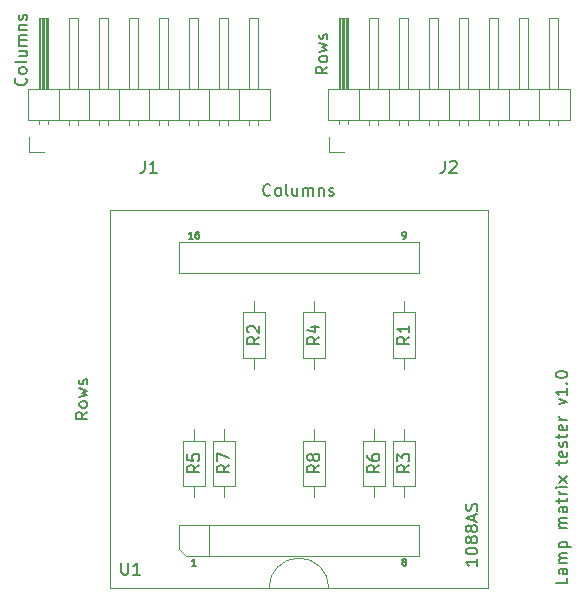
<source format=gto>
G04 #@! TF.GenerationSoftware,KiCad,Pcbnew,7.0.10*
G04 #@! TF.CreationDate,2024-03-09T15:17:19+01:00*
G04 #@! TF.ProjectId,Lamp Matrix Tester,4c616d70-204d-4617-9472-697820546573,1.0*
G04 #@! TF.SameCoordinates,Original*
G04 #@! TF.FileFunction,Legend,Top*
G04 #@! TF.FilePolarity,Positive*
%FSLAX46Y46*%
G04 Gerber Fmt 4.6, Leading zero omitted, Abs format (unit mm)*
G04 Created by KiCad (PCBNEW 7.0.10) date 2024-03-09 15:17:19*
%MOMM*%
%LPD*%
G01*
G04 APERTURE LIST*
%ADD10C,0.150000*%
%ADD11C,0.120000*%
%ADD12C,0.100000*%
%ADD13C,1.400000*%
%ADD14O,1.400000X1.400000*%
%ADD15R,1.700000X1.700000*%
%ADD16O,1.700000X1.700000*%
G04 APERTURE END LIST*
D10*
X30349819Y-51197745D02*
X29873628Y-51531078D01*
X30349819Y-51769173D02*
X29349819Y-51769173D01*
X29349819Y-51769173D02*
X29349819Y-51388221D01*
X29349819Y-51388221D02*
X29397438Y-51292983D01*
X29397438Y-51292983D02*
X29445057Y-51245364D01*
X29445057Y-51245364D02*
X29540295Y-51197745D01*
X29540295Y-51197745D02*
X29683152Y-51197745D01*
X29683152Y-51197745D02*
X29778390Y-51245364D01*
X29778390Y-51245364D02*
X29826009Y-51292983D01*
X29826009Y-51292983D02*
X29873628Y-51388221D01*
X29873628Y-51388221D02*
X29873628Y-51769173D01*
X30349819Y-50626316D02*
X30302200Y-50721554D01*
X30302200Y-50721554D02*
X30254580Y-50769173D01*
X30254580Y-50769173D02*
X30159342Y-50816792D01*
X30159342Y-50816792D02*
X29873628Y-50816792D01*
X29873628Y-50816792D02*
X29778390Y-50769173D01*
X29778390Y-50769173D02*
X29730771Y-50721554D01*
X29730771Y-50721554D02*
X29683152Y-50626316D01*
X29683152Y-50626316D02*
X29683152Y-50483459D01*
X29683152Y-50483459D02*
X29730771Y-50388221D01*
X29730771Y-50388221D02*
X29778390Y-50340602D01*
X29778390Y-50340602D02*
X29873628Y-50292983D01*
X29873628Y-50292983D02*
X30159342Y-50292983D01*
X30159342Y-50292983D02*
X30254580Y-50340602D01*
X30254580Y-50340602D02*
X30302200Y-50388221D01*
X30302200Y-50388221D02*
X30349819Y-50483459D01*
X30349819Y-50483459D02*
X30349819Y-50626316D01*
X29683152Y-49959649D02*
X30349819Y-49769173D01*
X30349819Y-49769173D02*
X29873628Y-49578697D01*
X29873628Y-49578697D02*
X30349819Y-49388221D01*
X30349819Y-49388221D02*
X29683152Y-49197745D01*
X30302200Y-48864411D02*
X30349819Y-48769173D01*
X30349819Y-48769173D02*
X30349819Y-48578697D01*
X30349819Y-48578697D02*
X30302200Y-48483459D01*
X30302200Y-48483459D02*
X30206961Y-48435840D01*
X30206961Y-48435840D02*
X30159342Y-48435840D01*
X30159342Y-48435840D02*
X30064104Y-48483459D01*
X30064104Y-48483459D02*
X30016485Y-48578697D01*
X30016485Y-48578697D02*
X30016485Y-48721554D01*
X30016485Y-48721554D02*
X29968866Y-48816792D01*
X29968866Y-48816792D02*
X29873628Y-48864411D01*
X29873628Y-48864411D02*
X29826009Y-48864411D01*
X29826009Y-48864411D02*
X29730771Y-48816792D01*
X29730771Y-48816792D02*
X29683152Y-48721554D01*
X29683152Y-48721554D02*
X29683152Y-48578697D01*
X29683152Y-48578697D02*
X29730771Y-48483459D01*
X57127255Y-63875914D02*
X57070112Y-63847342D01*
X57070112Y-63847342D02*
X57041541Y-63818771D01*
X57041541Y-63818771D02*
X57012969Y-63761628D01*
X57012969Y-63761628D02*
X57012969Y-63733057D01*
X57012969Y-63733057D02*
X57041541Y-63675914D01*
X57041541Y-63675914D02*
X57070112Y-63647342D01*
X57070112Y-63647342D02*
X57127255Y-63618771D01*
X57127255Y-63618771D02*
X57241541Y-63618771D01*
X57241541Y-63618771D02*
X57298684Y-63647342D01*
X57298684Y-63647342D02*
X57327255Y-63675914D01*
X57327255Y-63675914D02*
X57355826Y-63733057D01*
X57355826Y-63733057D02*
X57355826Y-63761628D01*
X57355826Y-63761628D02*
X57327255Y-63818771D01*
X57327255Y-63818771D02*
X57298684Y-63847342D01*
X57298684Y-63847342D02*
X57241541Y-63875914D01*
X57241541Y-63875914D02*
X57127255Y-63875914D01*
X57127255Y-63875914D02*
X57070112Y-63904485D01*
X57070112Y-63904485D02*
X57041541Y-63933057D01*
X57041541Y-63933057D02*
X57012969Y-63990200D01*
X57012969Y-63990200D02*
X57012969Y-64104485D01*
X57012969Y-64104485D02*
X57041541Y-64161628D01*
X57041541Y-64161628D02*
X57070112Y-64190200D01*
X57070112Y-64190200D02*
X57127255Y-64218771D01*
X57127255Y-64218771D02*
X57241541Y-64218771D01*
X57241541Y-64218771D02*
X57298684Y-64190200D01*
X57298684Y-64190200D02*
X57327255Y-64161628D01*
X57327255Y-64161628D02*
X57355826Y-64104485D01*
X57355826Y-64104485D02*
X57355826Y-63990200D01*
X57355826Y-63990200D02*
X57327255Y-63933057D01*
X57327255Y-63933057D02*
X57298684Y-63904485D01*
X57298684Y-63904485D02*
X57241541Y-63875914D01*
X39255826Y-36518771D02*
X38912969Y-36518771D01*
X39084398Y-36518771D02*
X39084398Y-35918771D01*
X39084398Y-35918771D02*
X39027255Y-36004485D01*
X39027255Y-36004485D02*
X38970112Y-36061628D01*
X38970112Y-36061628D02*
X38912969Y-36090200D01*
X39770113Y-35918771D02*
X39655827Y-35918771D01*
X39655827Y-35918771D02*
X39598684Y-35947342D01*
X39598684Y-35947342D02*
X39570113Y-35975914D01*
X39570113Y-35975914D02*
X39512970Y-36061628D01*
X39512970Y-36061628D02*
X39484398Y-36175914D01*
X39484398Y-36175914D02*
X39484398Y-36404485D01*
X39484398Y-36404485D02*
X39512970Y-36461628D01*
X39512970Y-36461628D02*
X39541541Y-36490200D01*
X39541541Y-36490200D02*
X39598684Y-36518771D01*
X39598684Y-36518771D02*
X39712970Y-36518771D01*
X39712970Y-36518771D02*
X39770113Y-36490200D01*
X39770113Y-36490200D02*
X39798684Y-36461628D01*
X39798684Y-36461628D02*
X39827255Y-36404485D01*
X39827255Y-36404485D02*
X39827255Y-36261628D01*
X39827255Y-36261628D02*
X39798684Y-36204485D01*
X39798684Y-36204485D02*
X39770113Y-36175914D01*
X39770113Y-36175914D02*
X39712970Y-36147342D01*
X39712970Y-36147342D02*
X39598684Y-36147342D01*
X39598684Y-36147342D02*
X39541541Y-36175914D01*
X39541541Y-36175914D02*
X39512970Y-36204485D01*
X39512970Y-36204485D02*
X39484398Y-36261628D01*
X39555826Y-64218771D02*
X39212969Y-64218771D01*
X39384398Y-64218771D02*
X39384398Y-63618771D01*
X39384398Y-63618771D02*
X39327255Y-63704485D01*
X39327255Y-63704485D02*
X39270112Y-63761628D01*
X39270112Y-63761628D02*
X39212969Y-63790200D01*
X57070112Y-36518771D02*
X57184398Y-36518771D01*
X57184398Y-36518771D02*
X57241541Y-36490200D01*
X57241541Y-36490200D02*
X57270112Y-36461628D01*
X57270112Y-36461628D02*
X57327255Y-36375914D01*
X57327255Y-36375914D02*
X57355826Y-36261628D01*
X57355826Y-36261628D02*
X57355826Y-36033057D01*
X57355826Y-36033057D02*
X57327255Y-35975914D01*
X57327255Y-35975914D02*
X57298684Y-35947342D01*
X57298684Y-35947342D02*
X57241541Y-35918771D01*
X57241541Y-35918771D02*
X57127255Y-35918771D01*
X57127255Y-35918771D02*
X57070112Y-35947342D01*
X57070112Y-35947342D02*
X57041541Y-35975914D01*
X57041541Y-35975914D02*
X57012969Y-36033057D01*
X57012969Y-36033057D02*
X57012969Y-36175914D01*
X57012969Y-36175914D02*
X57041541Y-36233057D01*
X57041541Y-36233057D02*
X57070112Y-36261628D01*
X57070112Y-36261628D02*
X57127255Y-36290200D01*
X57127255Y-36290200D02*
X57241541Y-36290200D01*
X57241541Y-36290200D02*
X57298684Y-36261628D01*
X57298684Y-36261628D02*
X57327255Y-36233057D01*
X57327255Y-36233057D02*
X57355826Y-36175914D01*
X63369819Y-63639411D02*
X63369819Y-64210839D01*
X63369819Y-63925125D02*
X62369819Y-63925125D01*
X62369819Y-63925125D02*
X62512676Y-64020363D01*
X62512676Y-64020363D02*
X62607914Y-64115601D01*
X62607914Y-64115601D02*
X62655533Y-64210839D01*
X62369819Y-63020363D02*
X62369819Y-62925125D01*
X62369819Y-62925125D02*
X62417438Y-62829887D01*
X62417438Y-62829887D02*
X62465057Y-62782268D01*
X62465057Y-62782268D02*
X62560295Y-62734649D01*
X62560295Y-62734649D02*
X62750771Y-62687030D01*
X62750771Y-62687030D02*
X62988866Y-62687030D01*
X62988866Y-62687030D02*
X63179342Y-62734649D01*
X63179342Y-62734649D02*
X63274580Y-62782268D01*
X63274580Y-62782268D02*
X63322200Y-62829887D01*
X63322200Y-62829887D02*
X63369819Y-62925125D01*
X63369819Y-62925125D02*
X63369819Y-63020363D01*
X63369819Y-63020363D02*
X63322200Y-63115601D01*
X63322200Y-63115601D02*
X63274580Y-63163220D01*
X63274580Y-63163220D02*
X63179342Y-63210839D01*
X63179342Y-63210839D02*
X62988866Y-63258458D01*
X62988866Y-63258458D02*
X62750771Y-63258458D01*
X62750771Y-63258458D02*
X62560295Y-63210839D01*
X62560295Y-63210839D02*
X62465057Y-63163220D01*
X62465057Y-63163220D02*
X62417438Y-63115601D01*
X62417438Y-63115601D02*
X62369819Y-63020363D01*
X62798390Y-62115601D02*
X62750771Y-62210839D01*
X62750771Y-62210839D02*
X62703152Y-62258458D01*
X62703152Y-62258458D02*
X62607914Y-62306077D01*
X62607914Y-62306077D02*
X62560295Y-62306077D01*
X62560295Y-62306077D02*
X62465057Y-62258458D01*
X62465057Y-62258458D02*
X62417438Y-62210839D01*
X62417438Y-62210839D02*
X62369819Y-62115601D01*
X62369819Y-62115601D02*
X62369819Y-61925125D01*
X62369819Y-61925125D02*
X62417438Y-61829887D01*
X62417438Y-61829887D02*
X62465057Y-61782268D01*
X62465057Y-61782268D02*
X62560295Y-61734649D01*
X62560295Y-61734649D02*
X62607914Y-61734649D01*
X62607914Y-61734649D02*
X62703152Y-61782268D01*
X62703152Y-61782268D02*
X62750771Y-61829887D01*
X62750771Y-61829887D02*
X62798390Y-61925125D01*
X62798390Y-61925125D02*
X62798390Y-62115601D01*
X62798390Y-62115601D02*
X62846009Y-62210839D01*
X62846009Y-62210839D02*
X62893628Y-62258458D01*
X62893628Y-62258458D02*
X62988866Y-62306077D01*
X62988866Y-62306077D02*
X63179342Y-62306077D01*
X63179342Y-62306077D02*
X63274580Y-62258458D01*
X63274580Y-62258458D02*
X63322200Y-62210839D01*
X63322200Y-62210839D02*
X63369819Y-62115601D01*
X63369819Y-62115601D02*
X63369819Y-61925125D01*
X63369819Y-61925125D02*
X63322200Y-61829887D01*
X63322200Y-61829887D02*
X63274580Y-61782268D01*
X63274580Y-61782268D02*
X63179342Y-61734649D01*
X63179342Y-61734649D02*
X62988866Y-61734649D01*
X62988866Y-61734649D02*
X62893628Y-61782268D01*
X62893628Y-61782268D02*
X62846009Y-61829887D01*
X62846009Y-61829887D02*
X62798390Y-61925125D01*
X62798390Y-61163220D02*
X62750771Y-61258458D01*
X62750771Y-61258458D02*
X62703152Y-61306077D01*
X62703152Y-61306077D02*
X62607914Y-61353696D01*
X62607914Y-61353696D02*
X62560295Y-61353696D01*
X62560295Y-61353696D02*
X62465057Y-61306077D01*
X62465057Y-61306077D02*
X62417438Y-61258458D01*
X62417438Y-61258458D02*
X62369819Y-61163220D01*
X62369819Y-61163220D02*
X62369819Y-60972744D01*
X62369819Y-60972744D02*
X62417438Y-60877506D01*
X62417438Y-60877506D02*
X62465057Y-60829887D01*
X62465057Y-60829887D02*
X62560295Y-60782268D01*
X62560295Y-60782268D02*
X62607914Y-60782268D01*
X62607914Y-60782268D02*
X62703152Y-60829887D01*
X62703152Y-60829887D02*
X62750771Y-60877506D01*
X62750771Y-60877506D02*
X62798390Y-60972744D01*
X62798390Y-60972744D02*
X62798390Y-61163220D01*
X62798390Y-61163220D02*
X62846009Y-61258458D01*
X62846009Y-61258458D02*
X62893628Y-61306077D01*
X62893628Y-61306077D02*
X62988866Y-61353696D01*
X62988866Y-61353696D02*
X63179342Y-61353696D01*
X63179342Y-61353696D02*
X63274580Y-61306077D01*
X63274580Y-61306077D02*
X63322200Y-61258458D01*
X63322200Y-61258458D02*
X63369819Y-61163220D01*
X63369819Y-61163220D02*
X63369819Y-60972744D01*
X63369819Y-60972744D02*
X63322200Y-60877506D01*
X63322200Y-60877506D02*
X63274580Y-60829887D01*
X63274580Y-60829887D02*
X63179342Y-60782268D01*
X63179342Y-60782268D02*
X62988866Y-60782268D01*
X62988866Y-60782268D02*
X62893628Y-60829887D01*
X62893628Y-60829887D02*
X62846009Y-60877506D01*
X62846009Y-60877506D02*
X62798390Y-60972744D01*
X63084104Y-60401315D02*
X63084104Y-59925125D01*
X63369819Y-60496553D02*
X62369819Y-60163220D01*
X62369819Y-60163220D02*
X63369819Y-59829887D01*
X63322200Y-59544172D02*
X63369819Y-59401315D01*
X63369819Y-59401315D02*
X63369819Y-59163220D01*
X63369819Y-59163220D02*
X63322200Y-59067982D01*
X63322200Y-59067982D02*
X63274580Y-59020363D01*
X63274580Y-59020363D02*
X63179342Y-58972744D01*
X63179342Y-58972744D02*
X63084104Y-58972744D01*
X63084104Y-58972744D02*
X62988866Y-59020363D01*
X62988866Y-59020363D02*
X62941247Y-59067982D01*
X62941247Y-59067982D02*
X62893628Y-59163220D01*
X62893628Y-59163220D02*
X62846009Y-59353696D01*
X62846009Y-59353696D02*
X62798390Y-59448934D01*
X62798390Y-59448934D02*
X62750771Y-59496553D01*
X62750771Y-59496553D02*
X62655533Y-59544172D01*
X62655533Y-59544172D02*
X62560295Y-59544172D01*
X62560295Y-59544172D02*
X62465057Y-59496553D01*
X62465057Y-59496553D02*
X62417438Y-59448934D01*
X62417438Y-59448934D02*
X62369819Y-59353696D01*
X62369819Y-59353696D02*
X62369819Y-59115601D01*
X62369819Y-59115601D02*
X62417438Y-58972744D01*
X50669819Y-21951792D02*
X50193628Y-22285125D01*
X50669819Y-22523220D02*
X49669819Y-22523220D01*
X49669819Y-22523220D02*
X49669819Y-22142268D01*
X49669819Y-22142268D02*
X49717438Y-22047030D01*
X49717438Y-22047030D02*
X49765057Y-21999411D01*
X49765057Y-21999411D02*
X49860295Y-21951792D01*
X49860295Y-21951792D02*
X50003152Y-21951792D01*
X50003152Y-21951792D02*
X50098390Y-21999411D01*
X50098390Y-21999411D02*
X50146009Y-22047030D01*
X50146009Y-22047030D02*
X50193628Y-22142268D01*
X50193628Y-22142268D02*
X50193628Y-22523220D01*
X50669819Y-21380363D02*
X50622200Y-21475601D01*
X50622200Y-21475601D02*
X50574580Y-21523220D01*
X50574580Y-21523220D02*
X50479342Y-21570839D01*
X50479342Y-21570839D02*
X50193628Y-21570839D01*
X50193628Y-21570839D02*
X50098390Y-21523220D01*
X50098390Y-21523220D02*
X50050771Y-21475601D01*
X50050771Y-21475601D02*
X50003152Y-21380363D01*
X50003152Y-21380363D02*
X50003152Y-21237506D01*
X50003152Y-21237506D02*
X50050771Y-21142268D01*
X50050771Y-21142268D02*
X50098390Y-21094649D01*
X50098390Y-21094649D02*
X50193628Y-21047030D01*
X50193628Y-21047030D02*
X50479342Y-21047030D01*
X50479342Y-21047030D02*
X50574580Y-21094649D01*
X50574580Y-21094649D02*
X50622200Y-21142268D01*
X50622200Y-21142268D02*
X50669819Y-21237506D01*
X50669819Y-21237506D02*
X50669819Y-21380363D01*
X50003152Y-20713696D02*
X50669819Y-20523220D01*
X50669819Y-20523220D02*
X50193628Y-20332744D01*
X50193628Y-20332744D02*
X50669819Y-20142268D01*
X50669819Y-20142268D02*
X50003152Y-19951792D01*
X50622200Y-19618458D02*
X50669819Y-19523220D01*
X50669819Y-19523220D02*
X50669819Y-19332744D01*
X50669819Y-19332744D02*
X50622200Y-19237506D01*
X50622200Y-19237506D02*
X50526961Y-19189887D01*
X50526961Y-19189887D02*
X50479342Y-19189887D01*
X50479342Y-19189887D02*
X50384104Y-19237506D01*
X50384104Y-19237506D02*
X50336485Y-19332744D01*
X50336485Y-19332744D02*
X50336485Y-19475601D01*
X50336485Y-19475601D02*
X50288866Y-19570839D01*
X50288866Y-19570839D02*
X50193628Y-19618458D01*
X50193628Y-19618458D02*
X50146009Y-19618458D01*
X50146009Y-19618458D02*
X50050771Y-19570839D01*
X50050771Y-19570839D02*
X50003152Y-19475601D01*
X50003152Y-19475601D02*
X50003152Y-19332744D01*
X50003152Y-19332744D02*
X50050771Y-19237506D01*
X25114580Y-22931792D02*
X25162200Y-22979411D01*
X25162200Y-22979411D02*
X25209819Y-23122268D01*
X25209819Y-23122268D02*
X25209819Y-23217506D01*
X25209819Y-23217506D02*
X25162200Y-23360363D01*
X25162200Y-23360363D02*
X25066961Y-23455601D01*
X25066961Y-23455601D02*
X24971723Y-23503220D01*
X24971723Y-23503220D02*
X24781247Y-23550839D01*
X24781247Y-23550839D02*
X24638390Y-23550839D01*
X24638390Y-23550839D02*
X24447914Y-23503220D01*
X24447914Y-23503220D02*
X24352676Y-23455601D01*
X24352676Y-23455601D02*
X24257438Y-23360363D01*
X24257438Y-23360363D02*
X24209819Y-23217506D01*
X24209819Y-23217506D02*
X24209819Y-23122268D01*
X24209819Y-23122268D02*
X24257438Y-22979411D01*
X24257438Y-22979411D02*
X24305057Y-22931792D01*
X25209819Y-22360363D02*
X25162200Y-22455601D01*
X25162200Y-22455601D02*
X25114580Y-22503220D01*
X25114580Y-22503220D02*
X25019342Y-22550839D01*
X25019342Y-22550839D02*
X24733628Y-22550839D01*
X24733628Y-22550839D02*
X24638390Y-22503220D01*
X24638390Y-22503220D02*
X24590771Y-22455601D01*
X24590771Y-22455601D02*
X24543152Y-22360363D01*
X24543152Y-22360363D02*
X24543152Y-22217506D01*
X24543152Y-22217506D02*
X24590771Y-22122268D01*
X24590771Y-22122268D02*
X24638390Y-22074649D01*
X24638390Y-22074649D02*
X24733628Y-22027030D01*
X24733628Y-22027030D02*
X25019342Y-22027030D01*
X25019342Y-22027030D02*
X25114580Y-22074649D01*
X25114580Y-22074649D02*
X25162200Y-22122268D01*
X25162200Y-22122268D02*
X25209819Y-22217506D01*
X25209819Y-22217506D02*
X25209819Y-22360363D01*
X25209819Y-21455601D02*
X25162200Y-21550839D01*
X25162200Y-21550839D02*
X25066961Y-21598458D01*
X25066961Y-21598458D02*
X24209819Y-21598458D01*
X24543152Y-20646077D02*
X25209819Y-20646077D01*
X24543152Y-21074648D02*
X25066961Y-21074648D01*
X25066961Y-21074648D02*
X25162200Y-21027029D01*
X25162200Y-21027029D02*
X25209819Y-20931791D01*
X25209819Y-20931791D02*
X25209819Y-20788934D01*
X25209819Y-20788934D02*
X25162200Y-20693696D01*
X25162200Y-20693696D02*
X25114580Y-20646077D01*
X25209819Y-20169886D02*
X24543152Y-20169886D01*
X24638390Y-20169886D02*
X24590771Y-20122267D01*
X24590771Y-20122267D02*
X24543152Y-20027029D01*
X24543152Y-20027029D02*
X24543152Y-19884172D01*
X24543152Y-19884172D02*
X24590771Y-19788934D01*
X24590771Y-19788934D02*
X24686009Y-19741315D01*
X24686009Y-19741315D02*
X25209819Y-19741315D01*
X24686009Y-19741315D02*
X24590771Y-19693696D01*
X24590771Y-19693696D02*
X24543152Y-19598458D01*
X24543152Y-19598458D02*
X24543152Y-19455601D01*
X24543152Y-19455601D02*
X24590771Y-19360362D01*
X24590771Y-19360362D02*
X24686009Y-19312743D01*
X24686009Y-19312743D02*
X25209819Y-19312743D01*
X24543152Y-18836553D02*
X25209819Y-18836553D01*
X24638390Y-18836553D02*
X24590771Y-18788934D01*
X24590771Y-18788934D02*
X24543152Y-18693696D01*
X24543152Y-18693696D02*
X24543152Y-18550839D01*
X24543152Y-18550839D02*
X24590771Y-18455601D01*
X24590771Y-18455601D02*
X24686009Y-18407982D01*
X24686009Y-18407982D02*
X25209819Y-18407982D01*
X25162200Y-17979410D02*
X25209819Y-17884172D01*
X25209819Y-17884172D02*
X25209819Y-17693696D01*
X25209819Y-17693696D02*
X25162200Y-17598458D01*
X25162200Y-17598458D02*
X25066961Y-17550839D01*
X25066961Y-17550839D02*
X25019342Y-17550839D01*
X25019342Y-17550839D02*
X24924104Y-17598458D01*
X24924104Y-17598458D02*
X24876485Y-17693696D01*
X24876485Y-17693696D02*
X24876485Y-17836553D01*
X24876485Y-17836553D02*
X24828866Y-17931791D01*
X24828866Y-17931791D02*
X24733628Y-17979410D01*
X24733628Y-17979410D02*
X24686009Y-17979410D01*
X24686009Y-17979410D02*
X24590771Y-17931791D01*
X24590771Y-17931791D02*
X24543152Y-17836553D01*
X24543152Y-17836553D02*
X24543152Y-17693696D01*
X24543152Y-17693696D02*
X24590771Y-17598458D01*
X45852731Y-32794580D02*
X45805112Y-32842200D01*
X45805112Y-32842200D02*
X45662255Y-32889819D01*
X45662255Y-32889819D02*
X45567017Y-32889819D01*
X45567017Y-32889819D02*
X45424160Y-32842200D01*
X45424160Y-32842200D02*
X45328922Y-32746961D01*
X45328922Y-32746961D02*
X45281303Y-32651723D01*
X45281303Y-32651723D02*
X45233684Y-32461247D01*
X45233684Y-32461247D02*
X45233684Y-32318390D01*
X45233684Y-32318390D02*
X45281303Y-32127914D01*
X45281303Y-32127914D02*
X45328922Y-32032676D01*
X45328922Y-32032676D02*
X45424160Y-31937438D01*
X45424160Y-31937438D02*
X45567017Y-31889819D01*
X45567017Y-31889819D02*
X45662255Y-31889819D01*
X45662255Y-31889819D02*
X45805112Y-31937438D01*
X45805112Y-31937438D02*
X45852731Y-31985057D01*
X46424160Y-32889819D02*
X46328922Y-32842200D01*
X46328922Y-32842200D02*
X46281303Y-32794580D01*
X46281303Y-32794580D02*
X46233684Y-32699342D01*
X46233684Y-32699342D02*
X46233684Y-32413628D01*
X46233684Y-32413628D02*
X46281303Y-32318390D01*
X46281303Y-32318390D02*
X46328922Y-32270771D01*
X46328922Y-32270771D02*
X46424160Y-32223152D01*
X46424160Y-32223152D02*
X46567017Y-32223152D01*
X46567017Y-32223152D02*
X46662255Y-32270771D01*
X46662255Y-32270771D02*
X46709874Y-32318390D01*
X46709874Y-32318390D02*
X46757493Y-32413628D01*
X46757493Y-32413628D02*
X46757493Y-32699342D01*
X46757493Y-32699342D02*
X46709874Y-32794580D01*
X46709874Y-32794580D02*
X46662255Y-32842200D01*
X46662255Y-32842200D02*
X46567017Y-32889819D01*
X46567017Y-32889819D02*
X46424160Y-32889819D01*
X47328922Y-32889819D02*
X47233684Y-32842200D01*
X47233684Y-32842200D02*
X47186065Y-32746961D01*
X47186065Y-32746961D02*
X47186065Y-31889819D01*
X48138446Y-32223152D02*
X48138446Y-32889819D01*
X47709875Y-32223152D02*
X47709875Y-32746961D01*
X47709875Y-32746961D02*
X47757494Y-32842200D01*
X47757494Y-32842200D02*
X47852732Y-32889819D01*
X47852732Y-32889819D02*
X47995589Y-32889819D01*
X47995589Y-32889819D02*
X48090827Y-32842200D01*
X48090827Y-32842200D02*
X48138446Y-32794580D01*
X48614637Y-32889819D02*
X48614637Y-32223152D01*
X48614637Y-32318390D02*
X48662256Y-32270771D01*
X48662256Y-32270771D02*
X48757494Y-32223152D01*
X48757494Y-32223152D02*
X48900351Y-32223152D01*
X48900351Y-32223152D02*
X48995589Y-32270771D01*
X48995589Y-32270771D02*
X49043208Y-32366009D01*
X49043208Y-32366009D02*
X49043208Y-32889819D01*
X49043208Y-32366009D02*
X49090827Y-32270771D01*
X49090827Y-32270771D02*
X49186065Y-32223152D01*
X49186065Y-32223152D02*
X49328922Y-32223152D01*
X49328922Y-32223152D02*
X49424161Y-32270771D01*
X49424161Y-32270771D02*
X49471780Y-32366009D01*
X49471780Y-32366009D02*
X49471780Y-32889819D01*
X49947970Y-32223152D02*
X49947970Y-32889819D01*
X49947970Y-32318390D02*
X49995589Y-32270771D01*
X49995589Y-32270771D02*
X50090827Y-32223152D01*
X50090827Y-32223152D02*
X50233684Y-32223152D01*
X50233684Y-32223152D02*
X50328922Y-32270771D01*
X50328922Y-32270771D02*
X50376541Y-32366009D01*
X50376541Y-32366009D02*
X50376541Y-32889819D01*
X50805113Y-32842200D02*
X50900351Y-32889819D01*
X50900351Y-32889819D02*
X51090827Y-32889819D01*
X51090827Y-32889819D02*
X51186065Y-32842200D01*
X51186065Y-32842200D02*
X51233684Y-32746961D01*
X51233684Y-32746961D02*
X51233684Y-32699342D01*
X51233684Y-32699342D02*
X51186065Y-32604104D01*
X51186065Y-32604104D02*
X51090827Y-32556485D01*
X51090827Y-32556485D02*
X50947970Y-32556485D01*
X50947970Y-32556485D02*
X50852732Y-32508866D01*
X50852732Y-32508866D02*
X50805113Y-32413628D01*
X50805113Y-32413628D02*
X50805113Y-32366009D01*
X50805113Y-32366009D02*
X50852732Y-32270771D01*
X50852732Y-32270771D02*
X50947970Y-32223152D01*
X50947970Y-32223152D02*
X51090827Y-32223152D01*
X51090827Y-32223152D02*
X51186065Y-32270771D01*
X70989819Y-65227030D02*
X70989819Y-65703220D01*
X70989819Y-65703220D02*
X69989819Y-65703220D01*
X70989819Y-64465125D02*
X70466009Y-64465125D01*
X70466009Y-64465125D02*
X70370771Y-64512744D01*
X70370771Y-64512744D02*
X70323152Y-64607982D01*
X70323152Y-64607982D02*
X70323152Y-64798458D01*
X70323152Y-64798458D02*
X70370771Y-64893696D01*
X70942200Y-64465125D02*
X70989819Y-64560363D01*
X70989819Y-64560363D02*
X70989819Y-64798458D01*
X70989819Y-64798458D02*
X70942200Y-64893696D01*
X70942200Y-64893696D02*
X70846961Y-64941315D01*
X70846961Y-64941315D02*
X70751723Y-64941315D01*
X70751723Y-64941315D02*
X70656485Y-64893696D01*
X70656485Y-64893696D02*
X70608866Y-64798458D01*
X70608866Y-64798458D02*
X70608866Y-64560363D01*
X70608866Y-64560363D02*
X70561247Y-64465125D01*
X70989819Y-63988934D02*
X70323152Y-63988934D01*
X70418390Y-63988934D02*
X70370771Y-63941315D01*
X70370771Y-63941315D02*
X70323152Y-63846077D01*
X70323152Y-63846077D02*
X70323152Y-63703220D01*
X70323152Y-63703220D02*
X70370771Y-63607982D01*
X70370771Y-63607982D02*
X70466009Y-63560363D01*
X70466009Y-63560363D02*
X70989819Y-63560363D01*
X70466009Y-63560363D02*
X70370771Y-63512744D01*
X70370771Y-63512744D02*
X70323152Y-63417506D01*
X70323152Y-63417506D02*
X70323152Y-63274649D01*
X70323152Y-63274649D02*
X70370771Y-63179410D01*
X70370771Y-63179410D02*
X70466009Y-63131791D01*
X70466009Y-63131791D02*
X70989819Y-63131791D01*
X70323152Y-62655601D02*
X71323152Y-62655601D01*
X70370771Y-62655601D02*
X70323152Y-62560363D01*
X70323152Y-62560363D02*
X70323152Y-62369887D01*
X70323152Y-62369887D02*
X70370771Y-62274649D01*
X70370771Y-62274649D02*
X70418390Y-62227030D01*
X70418390Y-62227030D02*
X70513628Y-62179411D01*
X70513628Y-62179411D02*
X70799342Y-62179411D01*
X70799342Y-62179411D02*
X70894580Y-62227030D01*
X70894580Y-62227030D02*
X70942200Y-62274649D01*
X70942200Y-62274649D02*
X70989819Y-62369887D01*
X70989819Y-62369887D02*
X70989819Y-62560363D01*
X70989819Y-62560363D02*
X70942200Y-62655601D01*
X70989819Y-60988934D02*
X70323152Y-60988934D01*
X70418390Y-60988934D02*
X70370771Y-60941315D01*
X70370771Y-60941315D02*
X70323152Y-60846077D01*
X70323152Y-60846077D02*
X70323152Y-60703220D01*
X70323152Y-60703220D02*
X70370771Y-60607982D01*
X70370771Y-60607982D02*
X70466009Y-60560363D01*
X70466009Y-60560363D02*
X70989819Y-60560363D01*
X70466009Y-60560363D02*
X70370771Y-60512744D01*
X70370771Y-60512744D02*
X70323152Y-60417506D01*
X70323152Y-60417506D02*
X70323152Y-60274649D01*
X70323152Y-60274649D02*
X70370771Y-60179410D01*
X70370771Y-60179410D02*
X70466009Y-60131791D01*
X70466009Y-60131791D02*
X70989819Y-60131791D01*
X70989819Y-59227030D02*
X70466009Y-59227030D01*
X70466009Y-59227030D02*
X70370771Y-59274649D01*
X70370771Y-59274649D02*
X70323152Y-59369887D01*
X70323152Y-59369887D02*
X70323152Y-59560363D01*
X70323152Y-59560363D02*
X70370771Y-59655601D01*
X70942200Y-59227030D02*
X70989819Y-59322268D01*
X70989819Y-59322268D02*
X70989819Y-59560363D01*
X70989819Y-59560363D02*
X70942200Y-59655601D01*
X70942200Y-59655601D02*
X70846961Y-59703220D01*
X70846961Y-59703220D02*
X70751723Y-59703220D01*
X70751723Y-59703220D02*
X70656485Y-59655601D01*
X70656485Y-59655601D02*
X70608866Y-59560363D01*
X70608866Y-59560363D02*
X70608866Y-59322268D01*
X70608866Y-59322268D02*
X70561247Y-59227030D01*
X70323152Y-58893696D02*
X70323152Y-58512744D01*
X69989819Y-58750839D02*
X70846961Y-58750839D01*
X70846961Y-58750839D02*
X70942200Y-58703220D01*
X70942200Y-58703220D02*
X70989819Y-58607982D01*
X70989819Y-58607982D02*
X70989819Y-58512744D01*
X70989819Y-58179410D02*
X70323152Y-58179410D01*
X70513628Y-58179410D02*
X70418390Y-58131791D01*
X70418390Y-58131791D02*
X70370771Y-58084172D01*
X70370771Y-58084172D02*
X70323152Y-57988934D01*
X70323152Y-57988934D02*
X70323152Y-57893696D01*
X70989819Y-57560362D02*
X70323152Y-57560362D01*
X69989819Y-57560362D02*
X70037438Y-57607981D01*
X70037438Y-57607981D02*
X70085057Y-57560362D01*
X70085057Y-57560362D02*
X70037438Y-57512743D01*
X70037438Y-57512743D02*
X69989819Y-57560362D01*
X69989819Y-57560362D02*
X70085057Y-57560362D01*
X70989819Y-57179410D02*
X70323152Y-56655601D01*
X70323152Y-57179410D02*
X70989819Y-56655601D01*
X70323152Y-55655600D02*
X70323152Y-55274648D01*
X69989819Y-55512743D02*
X70846961Y-55512743D01*
X70846961Y-55512743D02*
X70942200Y-55465124D01*
X70942200Y-55465124D02*
X70989819Y-55369886D01*
X70989819Y-55369886D02*
X70989819Y-55274648D01*
X70942200Y-54560362D02*
X70989819Y-54655600D01*
X70989819Y-54655600D02*
X70989819Y-54846076D01*
X70989819Y-54846076D02*
X70942200Y-54941314D01*
X70942200Y-54941314D02*
X70846961Y-54988933D01*
X70846961Y-54988933D02*
X70466009Y-54988933D01*
X70466009Y-54988933D02*
X70370771Y-54941314D01*
X70370771Y-54941314D02*
X70323152Y-54846076D01*
X70323152Y-54846076D02*
X70323152Y-54655600D01*
X70323152Y-54655600D02*
X70370771Y-54560362D01*
X70370771Y-54560362D02*
X70466009Y-54512743D01*
X70466009Y-54512743D02*
X70561247Y-54512743D01*
X70561247Y-54512743D02*
X70656485Y-54988933D01*
X70942200Y-54131790D02*
X70989819Y-54036552D01*
X70989819Y-54036552D02*
X70989819Y-53846076D01*
X70989819Y-53846076D02*
X70942200Y-53750838D01*
X70942200Y-53750838D02*
X70846961Y-53703219D01*
X70846961Y-53703219D02*
X70799342Y-53703219D01*
X70799342Y-53703219D02*
X70704104Y-53750838D01*
X70704104Y-53750838D02*
X70656485Y-53846076D01*
X70656485Y-53846076D02*
X70656485Y-53988933D01*
X70656485Y-53988933D02*
X70608866Y-54084171D01*
X70608866Y-54084171D02*
X70513628Y-54131790D01*
X70513628Y-54131790D02*
X70466009Y-54131790D01*
X70466009Y-54131790D02*
X70370771Y-54084171D01*
X70370771Y-54084171D02*
X70323152Y-53988933D01*
X70323152Y-53988933D02*
X70323152Y-53846076D01*
X70323152Y-53846076D02*
X70370771Y-53750838D01*
X70323152Y-53417504D02*
X70323152Y-53036552D01*
X69989819Y-53274647D02*
X70846961Y-53274647D01*
X70846961Y-53274647D02*
X70942200Y-53227028D01*
X70942200Y-53227028D02*
X70989819Y-53131790D01*
X70989819Y-53131790D02*
X70989819Y-53036552D01*
X70942200Y-52322266D02*
X70989819Y-52417504D01*
X70989819Y-52417504D02*
X70989819Y-52607980D01*
X70989819Y-52607980D02*
X70942200Y-52703218D01*
X70942200Y-52703218D02*
X70846961Y-52750837D01*
X70846961Y-52750837D02*
X70466009Y-52750837D01*
X70466009Y-52750837D02*
X70370771Y-52703218D01*
X70370771Y-52703218D02*
X70323152Y-52607980D01*
X70323152Y-52607980D02*
X70323152Y-52417504D01*
X70323152Y-52417504D02*
X70370771Y-52322266D01*
X70370771Y-52322266D02*
X70466009Y-52274647D01*
X70466009Y-52274647D02*
X70561247Y-52274647D01*
X70561247Y-52274647D02*
X70656485Y-52750837D01*
X70989819Y-51846075D02*
X70323152Y-51846075D01*
X70513628Y-51846075D02*
X70418390Y-51798456D01*
X70418390Y-51798456D02*
X70370771Y-51750837D01*
X70370771Y-51750837D02*
X70323152Y-51655599D01*
X70323152Y-51655599D02*
X70323152Y-51560361D01*
X70323152Y-50560360D02*
X70989819Y-50322265D01*
X70989819Y-50322265D02*
X70323152Y-50084170D01*
X70989819Y-49179408D02*
X70989819Y-49750836D01*
X70989819Y-49465122D02*
X69989819Y-49465122D01*
X69989819Y-49465122D02*
X70132676Y-49560360D01*
X70132676Y-49560360D02*
X70227914Y-49655598D01*
X70227914Y-49655598D02*
X70275533Y-49750836D01*
X70894580Y-48750836D02*
X70942200Y-48703217D01*
X70942200Y-48703217D02*
X70989819Y-48750836D01*
X70989819Y-48750836D02*
X70942200Y-48798455D01*
X70942200Y-48798455D02*
X70894580Y-48750836D01*
X70894580Y-48750836D02*
X70989819Y-48750836D01*
X69989819Y-48084170D02*
X69989819Y-47988932D01*
X69989819Y-47988932D02*
X70037438Y-47893694D01*
X70037438Y-47893694D02*
X70085057Y-47846075D01*
X70085057Y-47846075D02*
X70180295Y-47798456D01*
X70180295Y-47798456D02*
X70370771Y-47750837D01*
X70370771Y-47750837D02*
X70608866Y-47750837D01*
X70608866Y-47750837D02*
X70799342Y-47798456D01*
X70799342Y-47798456D02*
X70894580Y-47846075D01*
X70894580Y-47846075D02*
X70942200Y-47893694D01*
X70942200Y-47893694D02*
X70989819Y-47988932D01*
X70989819Y-47988932D02*
X70989819Y-48084170D01*
X70989819Y-48084170D02*
X70942200Y-48179408D01*
X70942200Y-48179408D02*
X70894580Y-48227027D01*
X70894580Y-48227027D02*
X70799342Y-48274646D01*
X70799342Y-48274646D02*
X70608866Y-48322265D01*
X70608866Y-48322265D02*
X70370771Y-48322265D01*
X70370771Y-48322265D02*
X70180295Y-48274646D01*
X70180295Y-48274646D02*
X70085057Y-48227027D01*
X70085057Y-48227027D02*
X70037438Y-48179408D01*
X70037438Y-48179408D02*
X69989819Y-48084170D01*
X57604819Y-44836667D02*
X57128628Y-45170000D01*
X57604819Y-45408095D02*
X56604819Y-45408095D01*
X56604819Y-45408095D02*
X56604819Y-45027143D01*
X56604819Y-45027143D02*
X56652438Y-44931905D01*
X56652438Y-44931905D02*
X56700057Y-44884286D01*
X56700057Y-44884286D02*
X56795295Y-44836667D01*
X56795295Y-44836667D02*
X56938152Y-44836667D01*
X56938152Y-44836667D02*
X57033390Y-44884286D01*
X57033390Y-44884286D02*
X57081009Y-44931905D01*
X57081009Y-44931905D02*
X57128628Y-45027143D01*
X57128628Y-45027143D02*
X57128628Y-45408095D01*
X57604819Y-43884286D02*
X57604819Y-44455714D01*
X57604819Y-44170000D02*
X56604819Y-44170000D01*
X56604819Y-44170000D02*
X56747676Y-44265238D01*
X56747676Y-44265238D02*
X56842914Y-44360476D01*
X56842914Y-44360476D02*
X56890533Y-44455714D01*
X55064819Y-55696667D02*
X54588628Y-56030000D01*
X55064819Y-56268095D02*
X54064819Y-56268095D01*
X54064819Y-56268095D02*
X54064819Y-55887143D01*
X54064819Y-55887143D02*
X54112438Y-55791905D01*
X54112438Y-55791905D02*
X54160057Y-55744286D01*
X54160057Y-55744286D02*
X54255295Y-55696667D01*
X54255295Y-55696667D02*
X54398152Y-55696667D01*
X54398152Y-55696667D02*
X54493390Y-55744286D01*
X54493390Y-55744286D02*
X54541009Y-55791905D01*
X54541009Y-55791905D02*
X54588628Y-55887143D01*
X54588628Y-55887143D02*
X54588628Y-56268095D01*
X54064819Y-54839524D02*
X54064819Y-55030000D01*
X54064819Y-55030000D02*
X54112438Y-55125238D01*
X54112438Y-55125238D02*
X54160057Y-55172857D01*
X54160057Y-55172857D02*
X54302914Y-55268095D01*
X54302914Y-55268095D02*
X54493390Y-55315714D01*
X54493390Y-55315714D02*
X54874342Y-55315714D01*
X54874342Y-55315714D02*
X54969580Y-55268095D01*
X54969580Y-55268095D02*
X55017200Y-55220476D01*
X55017200Y-55220476D02*
X55064819Y-55125238D01*
X55064819Y-55125238D02*
X55064819Y-54934762D01*
X55064819Y-54934762D02*
X55017200Y-54839524D01*
X55017200Y-54839524D02*
X54969580Y-54791905D01*
X54969580Y-54791905D02*
X54874342Y-54744286D01*
X54874342Y-54744286D02*
X54636247Y-54744286D01*
X54636247Y-54744286D02*
X54541009Y-54791905D01*
X54541009Y-54791905D02*
X54493390Y-54839524D01*
X54493390Y-54839524D02*
X54445771Y-54934762D01*
X54445771Y-54934762D02*
X54445771Y-55125238D01*
X54445771Y-55125238D02*
X54493390Y-55220476D01*
X54493390Y-55220476D02*
X54541009Y-55268095D01*
X54541009Y-55268095D02*
X54636247Y-55315714D01*
X44904819Y-44836666D02*
X44428628Y-45169999D01*
X44904819Y-45408094D02*
X43904819Y-45408094D01*
X43904819Y-45408094D02*
X43904819Y-45027142D01*
X43904819Y-45027142D02*
X43952438Y-44931904D01*
X43952438Y-44931904D02*
X44000057Y-44884285D01*
X44000057Y-44884285D02*
X44095295Y-44836666D01*
X44095295Y-44836666D02*
X44238152Y-44836666D01*
X44238152Y-44836666D02*
X44333390Y-44884285D01*
X44333390Y-44884285D02*
X44381009Y-44931904D01*
X44381009Y-44931904D02*
X44428628Y-45027142D01*
X44428628Y-45027142D02*
X44428628Y-45408094D01*
X44000057Y-44455713D02*
X43952438Y-44408094D01*
X43952438Y-44408094D02*
X43904819Y-44312856D01*
X43904819Y-44312856D02*
X43904819Y-44074761D01*
X43904819Y-44074761D02*
X43952438Y-43979523D01*
X43952438Y-43979523D02*
X44000057Y-43931904D01*
X44000057Y-43931904D02*
X44095295Y-43884285D01*
X44095295Y-43884285D02*
X44190533Y-43884285D01*
X44190533Y-43884285D02*
X44333390Y-43931904D01*
X44333390Y-43931904D02*
X44904819Y-44503332D01*
X44904819Y-44503332D02*
X44904819Y-43884285D01*
X39824819Y-55696667D02*
X39348628Y-56030000D01*
X39824819Y-56268095D02*
X38824819Y-56268095D01*
X38824819Y-56268095D02*
X38824819Y-55887143D01*
X38824819Y-55887143D02*
X38872438Y-55791905D01*
X38872438Y-55791905D02*
X38920057Y-55744286D01*
X38920057Y-55744286D02*
X39015295Y-55696667D01*
X39015295Y-55696667D02*
X39158152Y-55696667D01*
X39158152Y-55696667D02*
X39253390Y-55744286D01*
X39253390Y-55744286D02*
X39301009Y-55791905D01*
X39301009Y-55791905D02*
X39348628Y-55887143D01*
X39348628Y-55887143D02*
X39348628Y-56268095D01*
X38824819Y-54791905D02*
X38824819Y-55268095D01*
X38824819Y-55268095D02*
X39301009Y-55315714D01*
X39301009Y-55315714D02*
X39253390Y-55268095D01*
X39253390Y-55268095D02*
X39205771Y-55172857D01*
X39205771Y-55172857D02*
X39205771Y-54934762D01*
X39205771Y-54934762D02*
X39253390Y-54839524D01*
X39253390Y-54839524D02*
X39301009Y-54791905D01*
X39301009Y-54791905D02*
X39396247Y-54744286D01*
X39396247Y-54744286D02*
X39634342Y-54744286D01*
X39634342Y-54744286D02*
X39729580Y-54791905D01*
X39729580Y-54791905D02*
X39777200Y-54839524D01*
X39777200Y-54839524D02*
X39824819Y-54934762D01*
X39824819Y-54934762D02*
X39824819Y-55172857D01*
X39824819Y-55172857D02*
X39777200Y-55268095D01*
X39777200Y-55268095D02*
X39729580Y-55315714D01*
X42364819Y-55696667D02*
X41888628Y-56030000D01*
X42364819Y-56268095D02*
X41364819Y-56268095D01*
X41364819Y-56268095D02*
X41364819Y-55887143D01*
X41364819Y-55887143D02*
X41412438Y-55791905D01*
X41412438Y-55791905D02*
X41460057Y-55744286D01*
X41460057Y-55744286D02*
X41555295Y-55696667D01*
X41555295Y-55696667D02*
X41698152Y-55696667D01*
X41698152Y-55696667D02*
X41793390Y-55744286D01*
X41793390Y-55744286D02*
X41841009Y-55791905D01*
X41841009Y-55791905D02*
X41888628Y-55887143D01*
X41888628Y-55887143D02*
X41888628Y-56268095D01*
X41364819Y-55363333D02*
X41364819Y-54696667D01*
X41364819Y-54696667D02*
X42364819Y-55125238D01*
X49984819Y-44836667D02*
X49508628Y-45170000D01*
X49984819Y-45408095D02*
X48984819Y-45408095D01*
X48984819Y-45408095D02*
X48984819Y-45027143D01*
X48984819Y-45027143D02*
X49032438Y-44931905D01*
X49032438Y-44931905D02*
X49080057Y-44884286D01*
X49080057Y-44884286D02*
X49175295Y-44836667D01*
X49175295Y-44836667D02*
X49318152Y-44836667D01*
X49318152Y-44836667D02*
X49413390Y-44884286D01*
X49413390Y-44884286D02*
X49461009Y-44931905D01*
X49461009Y-44931905D02*
X49508628Y-45027143D01*
X49508628Y-45027143D02*
X49508628Y-45408095D01*
X49318152Y-43979524D02*
X49984819Y-43979524D01*
X48937200Y-44217619D02*
X49651485Y-44455714D01*
X49651485Y-44455714D02*
X49651485Y-43836667D01*
X57604819Y-55696667D02*
X57128628Y-56030000D01*
X57604819Y-56268095D02*
X56604819Y-56268095D01*
X56604819Y-56268095D02*
X56604819Y-55887143D01*
X56604819Y-55887143D02*
X56652438Y-55791905D01*
X56652438Y-55791905D02*
X56700057Y-55744286D01*
X56700057Y-55744286D02*
X56795295Y-55696667D01*
X56795295Y-55696667D02*
X56938152Y-55696667D01*
X56938152Y-55696667D02*
X57033390Y-55744286D01*
X57033390Y-55744286D02*
X57081009Y-55791905D01*
X57081009Y-55791905D02*
X57128628Y-55887143D01*
X57128628Y-55887143D02*
X57128628Y-56268095D01*
X56604819Y-55363333D02*
X56604819Y-54744286D01*
X56604819Y-54744286D02*
X56985771Y-55077619D01*
X56985771Y-55077619D02*
X56985771Y-54934762D01*
X56985771Y-54934762D02*
X57033390Y-54839524D01*
X57033390Y-54839524D02*
X57081009Y-54791905D01*
X57081009Y-54791905D02*
X57176247Y-54744286D01*
X57176247Y-54744286D02*
X57414342Y-54744286D01*
X57414342Y-54744286D02*
X57509580Y-54791905D01*
X57509580Y-54791905D02*
X57557200Y-54839524D01*
X57557200Y-54839524D02*
X57604819Y-54934762D01*
X57604819Y-54934762D02*
X57604819Y-55220476D01*
X57604819Y-55220476D02*
X57557200Y-55315714D01*
X57557200Y-55315714D02*
X57509580Y-55363333D01*
X49984819Y-55696667D02*
X49508628Y-56030000D01*
X49984819Y-56268095D02*
X48984819Y-56268095D01*
X48984819Y-56268095D02*
X48984819Y-55887143D01*
X48984819Y-55887143D02*
X49032438Y-55791905D01*
X49032438Y-55791905D02*
X49080057Y-55744286D01*
X49080057Y-55744286D02*
X49175295Y-55696667D01*
X49175295Y-55696667D02*
X49318152Y-55696667D01*
X49318152Y-55696667D02*
X49413390Y-55744286D01*
X49413390Y-55744286D02*
X49461009Y-55791905D01*
X49461009Y-55791905D02*
X49508628Y-55887143D01*
X49508628Y-55887143D02*
X49508628Y-56268095D01*
X49413390Y-55125238D02*
X49365771Y-55220476D01*
X49365771Y-55220476D02*
X49318152Y-55268095D01*
X49318152Y-55268095D02*
X49222914Y-55315714D01*
X49222914Y-55315714D02*
X49175295Y-55315714D01*
X49175295Y-55315714D02*
X49080057Y-55268095D01*
X49080057Y-55268095D02*
X49032438Y-55220476D01*
X49032438Y-55220476D02*
X48984819Y-55125238D01*
X48984819Y-55125238D02*
X48984819Y-54934762D01*
X48984819Y-54934762D02*
X49032438Y-54839524D01*
X49032438Y-54839524D02*
X49080057Y-54791905D01*
X49080057Y-54791905D02*
X49175295Y-54744286D01*
X49175295Y-54744286D02*
X49222914Y-54744286D01*
X49222914Y-54744286D02*
X49318152Y-54791905D01*
X49318152Y-54791905D02*
X49365771Y-54839524D01*
X49365771Y-54839524D02*
X49413390Y-54934762D01*
X49413390Y-54934762D02*
X49413390Y-55125238D01*
X49413390Y-55125238D02*
X49461009Y-55220476D01*
X49461009Y-55220476D02*
X49508628Y-55268095D01*
X49508628Y-55268095D02*
X49603866Y-55315714D01*
X49603866Y-55315714D02*
X49794342Y-55315714D01*
X49794342Y-55315714D02*
X49889580Y-55268095D01*
X49889580Y-55268095D02*
X49937200Y-55220476D01*
X49937200Y-55220476D02*
X49984819Y-55125238D01*
X49984819Y-55125238D02*
X49984819Y-54934762D01*
X49984819Y-54934762D02*
X49937200Y-54839524D01*
X49937200Y-54839524D02*
X49889580Y-54791905D01*
X49889580Y-54791905D02*
X49794342Y-54744286D01*
X49794342Y-54744286D02*
X49603866Y-54744286D01*
X49603866Y-54744286D02*
X49508628Y-54791905D01*
X49508628Y-54791905D02*
X49461009Y-54839524D01*
X49461009Y-54839524D02*
X49413390Y-54934762D01*
X35226666Y-29934819D02*
X35226666Y-30649104D01*
X35226666Y-30649104D02*
X35179047Y-30791961D01*
X35179047Y-30791961D02*
X35083809Y-30887200D01*
X35083809Y-30887200D02*
X34940952Y-30934819D01*
X34940952Y-30934819D02*
X34845714Y-30934819D01*
X36226666Y-30934819D02*
X35655238Y-30934819D01*
X35940952Y-30934819D02*
X35940952Y-29934819D01*
X35940952Y-29934819D02*
X35845714Y-30077676D01*
X35845714Y-30077676D02*
X35750476Y-30172914D01*
X35750476Y-30172914D02*
X35655238Y-30220533D01*
X60626666Y-29934819D02*
X60626666Y-30649104D01*
X60626666Y-30649104D02*
X60579047Y-30791961D01*
X60579047Y-30791961D02*
X60483809Y-30887200D01*
X60483809Y-30887200D02*
X60340952Y-30934819D01*
X60340952Y-30934819D02*
X60245714Y-30934819D01*
X61055238Y-30030057D02*
X61102857Y-29982438D01*
X61102857Y-29982438D02*
X61198095Y-29934819D01*
X61198095Y-29934819D02*
X61436190Y-29934819D01*
X61436190Y-29934819D02*
X61531428Y-29982438D01*
X61531428Y-29982438D02*
X61579047Y-30030057D01*
X61579047Y-30030057D02*
X61626666Y-30125295D01*
X61626666Y-30125295D02*
X61626666Y-30220533D01*
X61626666Y-30220533D02*
X61579047Y-30363390D01*
X61579047Y-30363390D02*
X61007619Y-30934819D01*
X61007619Y-30934819D02*
X61626666Y-30934819D01*
X33238095Y-63954819D02*
X33238095Y-64764342D01*
X33238095Y-64764342D02*
X33285714Y-64859580D01*
X33285714Y-64859580D02*
X33333333Y-64907200D01*
X33333333Y-64907200D02*
X33428571Y-64954819D01*
X33428571Y-64954819D02*
X33619047Y-64954819D01*
X33619047Y-64954819D02*
X33714285Y-64907200D01*
X33714285Y-64907200D02*
X33761904Y-64859580D01*
X33761904Y-64859580D02*
X33809523Y-64764342D01*
X33809523Y-64764342D02*
X33809523Y-63954819D01*
X34809523Y-64954819D02*
X34238095Y-64954819D01*
X34523809Y-64954819D02*
X34523809Y-63954819D01*
X34523809Y-63954819D02*
X34428571Y-64097676D01*
X34428571Y-64097676D02*
X34333333Y-64192914D01*
X34333333Y-64192914D02*
X34238095Y-64240533D01*
D11*
X56230000Y-46590001D02*
X58070000Y-46590001D01*
X58070000Y-46590001D02*
X58070000Y-42750001D01*
X56230000Y-42750001D02*
X56230000Y-46590001D01*
X57150000Y-47540001D02*
X57150000Y-46590001D01*
X58070000Y-42750001D02*
X56230000Y-42750001D01*
X57150000Y-41800001D02*
X57150000Y-42750001D01*
X53690000Y-57450001D02*
X55530000Y-57450001D01*
X55530000Y-57450001D02*
X55530000Y-53610001D01*
X53690000Y-53610001D02*
X53690000Y-57450001D01*
X54610000Y-58400001D02*
X54610000Y-57450001D01*
X55530000Y-53610001D02*
X53690000Y-53610001D01*
X54610000Y-52660001D02*
X54610000Y-53610001D01*
X43530000Y-46590000D02*
X45370000Y-46590000D01*
X45370000Y-46590000D02*
X45370000Y-42750000D01*
X43530000Y-42750000D02*
X43530000Y-46590000D01*
X44450000Y-47540000D02*
X44450000Y-46590000D01*
X45370000Y-42750000D02*
X43530000Y-42750000D01*
X44450000Y-41800000D02*
X44450000Y-42750000D01*
X40290000Y-53610001D02*
X38450000Y-53610001D01*
X38450000Y-53610001D02*
X38450000Y-57450001D01*
X40290000Y-57450001D02*
X40290000Y-53610001D01*
X39370000Y-52660001D02*
X39370000Y-53610001D01*
X38450000Y-57450001D02*
X40290000Y-57450001D01*
X39370000Y-58400001D02*
X39370000Y-57450001D01*
X41910000Y-52660001D02*
X41910000Y-53610001D01*
X42830000Y-53610001D02*
X40990000Y-53610001D01*
X41910000Y-58400001D02*
X41910000Y-57450001D01*
X40990000Y-53610001D02*
X40990000Y-57450001D01*
X42830000Y-57450001D02*
X42830000Y-53610001D01*
X40990000Y-57450001D02*
X42830000Y-57450001D01*
X48610000Y-46590001D02*
X50450000Y-46590001D01*
X50450000Y-46590001D02*
X50450000Y-42750001D01*
X48610000Y-42750001D02*
X48610000Y-46590001D01*
X49530000Y-47540001D02*
X49530000Y-46590001D01*
X50450000Y-42750001D02*
X48610000Y-42750001D01*
X49530000Y-41800001D02*
X49530000Y-42750001D01*
X56230000Y-57450001D02*
X58070000Y-57450001D01*
X58070000Y-57450001D02*
X58070000Y-53610001D01*
X56230000Y-53610001D02*
X56230000Y-57450001D01*
X57150000Y-58400001D02*
X57150000Y-57450001D01*
X58070000Y-53610001D02*
X56230000Y-53610001D01*
X57150000Y-52660001D02*
X57150000Y-53610001D01*
X48610000Y-57450001D02*
X50450000Y-57450001D01*
X50450000Y-57450001D02*
X50450000Y-53610001D01*
X48610000Y-53610001D02*
X48610000Y-57450001D01*
X49530000Y-58400001D02*
X49530000Y-57450001D01*
X50450000Y-53610001D02*
X48610000Y-53610001D01*
X49530000Y-52660001D02*
X49530000Y-53610001D01*
X25400000Y-29210000D02*
X25400000Y-27940000D01*
X26670000Y-29210000D02*
X25400000Y-29210000D01*
X28830000Y-26897071D02*
X28830000Y-26500000D01*
X29590000Y-26897071D02*
X29590000Y-26500000D01*
X31370000Y-26897071D02*
X31370000Y-26500000D01*
X32130000Y-26897071D02*
X32130000Y-26500000D01*
X33910000Y-26897071D02*
X33910000Y-26500000D01*
X34670000Y-26897071D02*
X34670000Y-26500000D01*
X36450000Y-26897071D02*
X36450000Y-26500000D01*
X37210000Y-26897071D02*
X37210000Y-26500000D01*
X38990000Y-26897071D02*
X38990000Y-26500000D01*
X39750000Y-26897071D02*
X39750000Y-26500000D01*
X41530000Y-26897071D02*
X41530000Y-26500000D01*
X42290000Y-26897071D02*
X42290000Y-26500000D01*
X44070000Y-26897071D02*
X44070000Y-26500000D01*
X44830000Y-26897071D02*
X44830000Y-26500000D01*
X26290000Y-26830000D02*
X26290000Y-26500000D01*
X27050000Y-26830000D02*
X27050000Y-26500000D01*
X25340000Y-26500000D02*
X45780000Y-26500000D01*
X27940000Y-26500000D02*
X27940000Y-23840000D01*
X30480000Y-26500000D02*
X30480000Y-23840000D01*
X33020000Y-26500000D02*
X33020000Y-23840000D01*
X35560000Y-26500000D02*
X35560000Y-23840000D01*
X38100000Y-26500000D02*
X38100000Y-23840000D01*
X40640000Y-26500000D02*
X40640000Y-23840000D01*
X43180000Y-26500000D02*
X43180000Y-23840000D01*
X45780000Y-26500000D02*
X45780000Y-23840000D01*
X25340000Y-23840000D02*
X25340000Y-26500000D01*
X26290000Y-23840000D02*
X26290000Y-17840000D01*
X26350000Y-23840000D02*
X26350000Y-17840000D01*
X26470000Y-23840000D02*
X26470000Y-17840000D01*
X26590000Y-23840000D02*
X26590000Y-17840000D01*
X26710000Y-23840000D02*
X26710000Y-17840000D01*
X26830000Y-23840000D02*
X26830000Y-17840000D01*
X26950000Y-23840000D02*
X26950000Y-17840000D01*
X28830000Y-23840000D02*
X28830000Y-17840000D01*
X31370000Y-23840000D02*
X31370000Y-17840000D01*
X33910000Y-23840000D02*
X33910000Y-17840000D01*
X36450000Y-23840000D02*
X36450000Y-17840000D01*
X38990000Y-23840000D02*
X38990000Y-17840000D01*
X41530000Y-23840000D02*
X41530000Y-17840000D01*
X44070000Y-23840000D02*
X44070000Y-17840000D01*
X45780000Y-23840000D02*
X25340000Y-23840000D01*
X26290000Y-17840000D02*
X27050000Y-17840000D01*
X27050000Y-17840000D02*
X27050000Y-23840000D01*
X28830000Y-17840000D02*
X29590000Y-17840000D01*
X29590000Y-17840000D02*
X29590000Y-23840000D01*
X31370000Y-17840000D02*
X32130000Y-17840000D01*
X32130000Y-17840000D02*
X32130000Y-23840000D01*
X33910000Y-17840000D02*
X34670000Y-17840000D01*
X34670000Y-17840000D02*
X34670000Y-23840000D01*
X36450000Y-17840000D02*
X37210000Y-17840000D01*
X37210000Y-17840000D02*
X37210000Y-23840000D01*
X38990000Y-17840000D02*
X39750000Y-17840000D01*
X39750000Y-17840000D02*
X39750000Y-23840000D01*
X41530000Y-17840000D02*
X42290000Y-17840000D01*
X42290000Y-17840000D02*
X42290000Y-23840000D01*
X44070000Y-17840000D02*
X44830000Y-17840000D01*
X44830000Y-17840000D02*
X44830000Y-23840000D01*
X50800000Y-29210000D02*
X50800000Y-27940000D01*
X52070000Y-29210000D02*
X50800000Y-29210000D01*
X54230000Y-26897071D02*
X54230000Y-26500000D01*
X54990000Y-26897071D02*
X54990000Y-26500000D01*
X56770000Y-26897071D02*
X56770000Y-26500000D01*
X57530000Y-26897071D02*
X57530000Y-26500000D01*
X59310000Y-26897071D02*
X59310000Y-26500000D01*
X60070000Y-26897071D02*
X60070000Y-26500000D01*
X61850000Y-26897071D02*
X61850000Y-26500000D01*
X62610000Y-26897071D02*
X62610000Y-26500000D01*
X64390000Y-26897071D02*
X64390000Y-26500000D01*
X65150000Y-26897071D02*
X65150000Y-26500000D01*
X66930000Y-26897071D02*
X66930000Y-26500000D01*
X67690000Y-26897071D02*
X67690000Y-26500000D01*
X69470000Y-26897071D02*
X69470000Y-26500000D01*
X70230000Y-26897071D02*
X70230000Y-26500000D01*
X51690000Y-26830000D02*
X51690000Y-26500000D01*
X52450000Y-26830000D02*
X52450000Y-26500000D01*
X50740000Y-26500000D02*
X71180000Y-26500000D01*
X53340000Y-26500000D02*
X53340000Y-23840000D01*
X55880000Y-26500000D02*
X55880000Y-23840000D01*
X58420000Y-26500000D02*
X58420000Y-23840000D01*
X60960000Y-26500000D02*
X60960000Y-23840000D01*
X63500000Y-26500000D02*
X63500000Y-23840000D01*
X66040000Y-26500000D02*
X66040000Y-23840000D01*
X68580000Y-26500000D02*
X68580000Y-23840000D01*
X71180000Y-26500000D02*
X71180000Y-23840000D01*
X50740000Y-23840000D02*
X50740000Y-26500000D01*
X51690000Y-23840000D02*
X51690000Y-17840000D01*
X51750000Y-23840000D02*
X51750000Y-17840000D01*
X51870000Y-23840000D02*
X51870000Y-17840000D01*
X51990000Y-23840000D02*
X51990000Y-17840000D01*
X52110000Y-23840000D02*
X52110000Y-17840000D01*
X52230000Y-23840000D02*
X52230000Y-17840000D01*
X52350000Y-23840000D02*
X52350000Y-17840000D01*
X54230000Y-23840000D02*
X54230000Y-17840000D01*
X56770000Y-23840000D02*
X56770000Y-17840000D01*
X59310000Y-23840000D02*
X59310000Y-17840000D01*
X61850000Y-23840000D02*
X61850000Y-17840000D01*
X64390000Y-23840000D02*
X64390000Y-17840000D01*
X66930000Y-23840000D02*
X66930000Y-17840000D01*
X69470000Y-23840000D02*
X69470000Y-17840000D01*
X71180000Y-23840000D02*
X50740000Y-23840000D01*
X51690000Y-17840000D02*
X52450000Y-17840000D01*
X52450000Y-17840000D02*
X52450000Y-23840000D01*
X54230000Y-17840000D02*
X54990000Y-17840000D01*
X54990000Y-17840000D02*
X54990000Y-23840000D01*
X56770000Y-17840000D02*
X57530000Y-17840000D01*
X57530000Y-17840000D02*
X57530000Y-23840000D01*
X59310000Y-17840000D02*
X60070000Y-17840000D01*
X60070000Y-17840000D02*
X60070000Y-23840000D01*
X61850000Y-17840000D02*
X62610000Y-17840000D01*
X62610000Y-17840000D02*
X62610000Y-23840000D01*
X64390000Y-17840000D02*
X65150000Y-17840000D01*
X65150000Y-17840000D02*
X65150000Y-23840000D01*
X66930000Y-17840000D02*
X67690000Y-17840000D01*
X67690000Y-17840000D02*
X67690000Y-23840000D01*
X69470000Y-17840000D02*
X70230000Y-17840000D01*
X70230000Y-17840000D02*
X70230000Y-23840000D01*
D12*
X38070000Y-36800000D02*
X38070000Y-39400000D01*
X38070000Y-36800000D02*
X58450000Y-36800000D01*
X38080000Y-60800000D02*
X58460000Y-60800000D01*
X38080000Y-62750000D02*
X38080000Y-60800000D01*
X38735000Y-63400000D02*
X38100000Y-62770000D01*
X40640000Y-63400000D02*
X40640000Y-60800000D01*
X58450000Y-36800000D02*
X58450000Y-39400000D01*
X58450000Y-39400000D02*
X38070000Y-39400000D01*
X58460000Y-60800000D02*
X58460000Y-63400000D01*
X58460000Y-63400000D02*
X38735000Y-63400000D01*
X32260000Y-34100000D02*
X64260000Y-34100000D01*
X64260000Y-34100000D02*
X64260000Y-66100000D01*
X64260000Y-66100000D02*
X32260000Y-66100000D01*
X32260000Y-66100000D02*
X32260000Y-34100000D01*
X48260000Y-63560000D02*
G75*
G03*
X45720000Y-66100000I0J-2540000D01*
G01*
X50800000Y-66100000D02*
G75*
G03*
X48260000Y-63560000I-2540001J-1D01*
G01*
%LPC*%
D13*
X57150000Y-40860001D03*
D14*
X57150000Y-48480001D03*
D13*
X54610000Y-51720001D03*
D14*
X54610000Y-59340001D03*
D13*
X44450000Y-40860000D03*
D14*
X44450000Y-48480000D03*
D13*
X39370000Y-59340001D03*
D14*
X39370000Y-51720001D03*
X41910000Y-59340001D03*
D13*
X41910000Y-51720001D03*
X49530000Y-40860001D03*
D14*
X49530000Y-48480001D03*
D13*
X57150000Y-51720001D03*
D14*
X57150000Y-59340001D03*
D13*
X49530000Y-51720001D03*
D14*
X49530000Y-59340001D03*
D15*
X26670000Y-27940000D03*
D16*
X29210000Y-27940000D03*
X31750000Y-27940000D03*
X34290000Y-27940000D03*
X36830000Y-27940000D03*
X39370000Y-27940000D03*
X41910000Y-27940000D03*
X44450000Y-27940000D03*
D15*
X52070000Y-27940000D03*
D16*
X54610000Y-27940000D03*
X57150000Y-27940000D03*
X59690000Y-27940000D03*
X62230000Y-27940000D03*
X64770000Y-27940000D03*
X67310000Y-27940000D03*
X69850000Y-27940000D03*
D15*
X39370000Y-62100000D03*
D16*
X41910000Y-62100000D03*
X44450000Y-62100000D03*
X46990000Y-62100000D03*
X49530000Y-62100000D03*
X52070000Y-62100000D03*
X54610000Y-62100000D03*
X57150000Y-62100000D03*
X57150000Y-38100000D03*
X54610000Y-38100000D03*
X52070000Y-38100000D03*
X49530000Y-38100000D03*
X46990000Y-38100000D03*
X44450000Y-38100000D03*
X41910000Y-38100000D03*
X39370000Y-38100000D03*
%LPD*%
M02*

</source>
